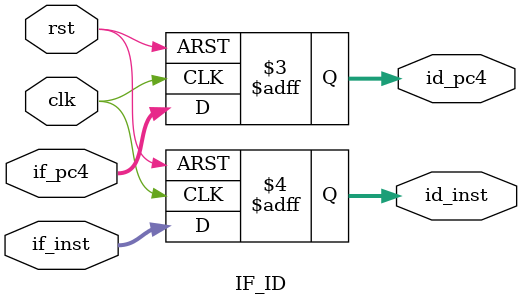
<source format=v>
module IF_ID (
    input  wire        clk,
    input  wire        rst,
    input  wire [31:0] if_inst,
    input  wire [31:0] if_pc4,
    output reg  [31:0] id_inst,
    output reg  [31:0] id_pc4
);

  always @(posedge clk or posedge rst) begin
    if (rst) id_inst <= 32'd0;
    else id_inst <= if_inst;
  end

  always @(posedge clk or posedge rst) begin
    if (rst) id_pc4 <= 32'd0;
    else id_pc4 <= if_pc4;
  end

endmodule

</source>
